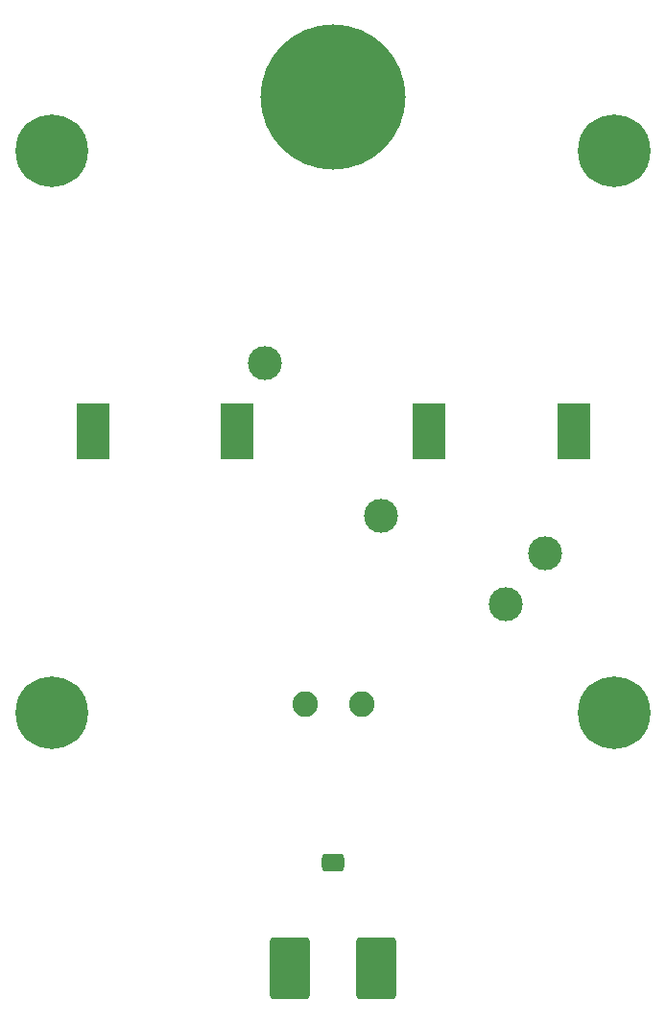
<source format=gbr>
%TF.GenerationSoftware,KiCad,Pcbnew,8.0.6*%
%TF.CreationDate,2025-02-23T16:54:12-05:00*%
%TF.ProjectId,Wire Spool Antenna V1.3,57697265-2053-4706-9f6f-6c20416e7465,rev?*%
%TF.SameCoordinates,Original*%
%TF.FileFunction,Copper,L2,Bot*%
%TF.FilePolarity,Positive*%
%FSLAX46Y46*%
G04 Gerber Fmt 4.6, Leading zero omitted, Abs format (unit mm)*
G04 Created by KiCad (PCBNEW 8.0.6) date 2025-02-23 16:54:12*
%MOMM*%
%LPD*%
G01*
G04 APERTURE LIST*
G04 Aperture macros list*
%AMRoundRect*
0 Rectangle with rounded corners*
0 $1 Rounding radius*
0 $2 $3 $4 $5 $6 $7 $8 $9 X,Y pos of 4 corners*
0 Add a 4 corners polygon primitive as box body*
4,1,4,$2,$3,$4,$5,$6,$7,$8,$9,$2,$3,0*
0 Add four circle primitives for the rounded corners*
1,1,$1+$1,$2,$3*
1,1,$1+$1,$4,$5*
1,1,$1+$1,$6,$7*
1,1,$1+$1,$8,$9*
0 Add four rect primitives between the rounded corners*
20,1,$1+$1,$2,$3,$4,$5,0*
20,1,$1+$1,$4,$5,$6,$7,0*
20,1,$1+$1,$6,$7,$8,$9,0*
20,1,$1+$1,$8,$9,$2,$3,0*%
G04 Aperture macros list end*
%TA.AperFunction,WasherPad*%
%ADD10R,3.000000X5.000000*%
%TD*%
%TA.AperFunction,ComponentPad*%
%ADD11C,3.000000*%
%TD*%
%TA.AperFunction,ComponentPad*%
%ADD12C,6.800000*%
%TD*%
%TA.AperFunction,ConnectorPad*%
%ADD13C,12.800000*%
%TD*%
%TA.AperFunction,ComponentPad*%
%ADD14C,3.600000*%
%TD*%
%TA.AperFunction,ConnectorPad*%
%ADD15C,6.400000*%
%TD*%
%TA.AperFunction,ComponentPad*%
%ADD16C,2.250000*%
%TD*%
%TA.AperFunction,ComponentPad*%
%ADD17RoundRect,0.400000X0.600000X0.400000X-0.600000X0.400000X-0.600000X-0.400000X0.600000X-0.400000X0*%
%TD*%
%TA.AperFunction,ComponentPad*%
%ADD18RoundRect,0.350000X1.400000X2.400000X-1.400000X2.400000X-1.400000X-2.400000X1.400000X-2.400000X0*%
%TD*%
G04 APERTURE END LIST*
D10*
%TO.P,T1,*%
%TO.N,*%
X78786797Y-100000000D03*
X91514719Y-100000000D03*
X108485281Y-100000000D03*
X121213203Y-100000000D03*
D11*
%TO.P,T1,1,AA*%
%TO.N,Net-(J2-In)*%
X104242641Y-107424621D03*
%TO.P,T1,2,AB*%
%TO.N,GND*%
X115202796Y-115202796D03*
%TO.P,T1,3,SA*%
X118667619Y-110748023D03*
%TO.P,T1,4,SB*%
%TO.N,Net-(T1-SB)*%
X93989592Y-93989592D03*
%TD*%
D12*
%TO.P,H6,1,1*%
%TO.N,Net-(T1-SB)*%
X100000000Y-70500000D03*
D13*
X100000000Y-70500000D03*
%TD*%
D14*
%TO.P,H3,1,1*%
%TO.N,GND*%
X124800000Y-75200000D03*
D15*
X124800000Y-75200000D03*
%TD*%
D16*
%TO.P,C1,1*%
%TO.N,Net-(J2-In)*%
X102500000Y-124000000D03*
%TO.P,C1,2*%
%TO.N,GND*%
X97500000Y-124000000D03*
%TD*%
D14*
%TO.P,H5,1,1*%
%TO.N,GND*%
X75200000Y-124800000D03*
D15*
X75200000Y-124800000D03*
%TD*%
D14*
%TO.P,H4,1,1*%
%TO.N,GND*%
X124800000Y-124800000D03*
D15*
X124800000Y-124800000D03*
%TD*%
D14*
%TO.P,H2,1,1*%
%TO.N,GND*%
X75200000Y-75200000D03*
D15*
X75200000Y-75200000D03*
%TD*%
D17*
%TO.P,J2,1,In*%
%TO.N,Net-(J2-In)*%
X100000000Y-138000000D03*
D18*
%TO.P,J2,2,Ext*%
%TO.N,GND*%
X103800000Y-147300000D03*
X96200000Y-147300000D03*
%TD*%
M02*

</source>
